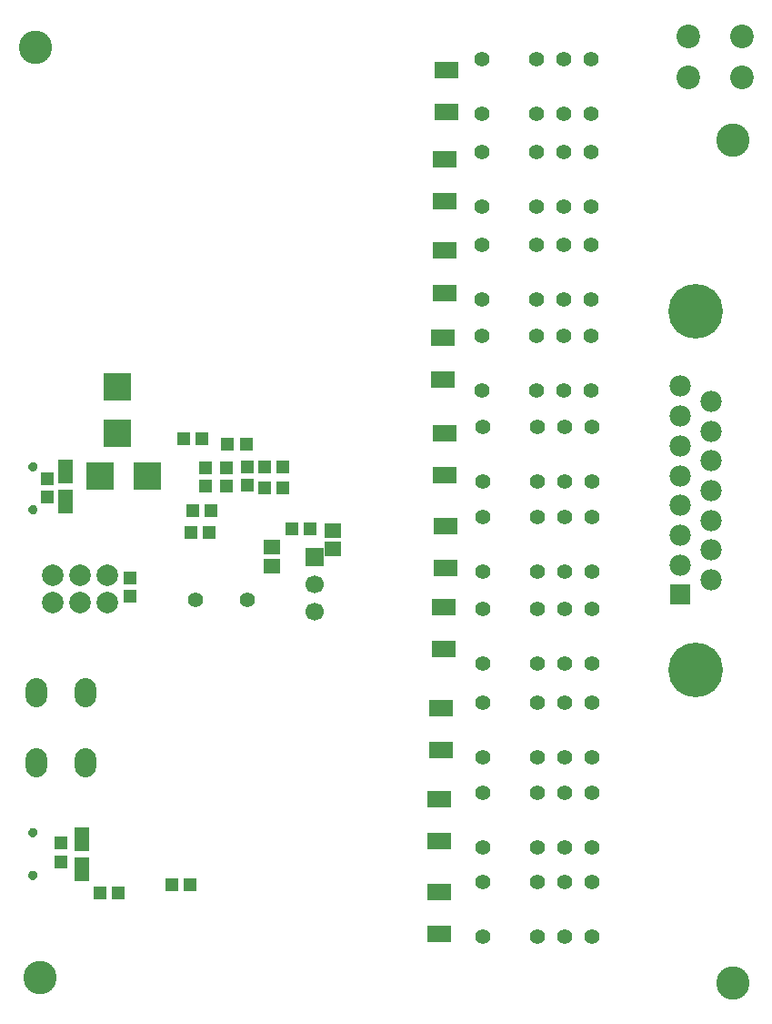
<source format=gbr>
G04 DipTrace 3.3.1.3*
G04 BottomMask.gbr*
%MOMM*%
G04 #@! TF.FileFunction,Soldermask,Bot*
G04 #@! TF.Part,Single*
%ADD10C,0.25*%
%ADD15C,0.55*%
%ADD77C,2.0*%
%ADD80C,3.1*%
%ADD81C,5.08*%
%ADD87C,1.4192*%
%ADD89C,2.2*%
%ADD106C,1.4*%
%ADD109R,1.65X1.4*%
%ADD111R,1.978X1.978*%
%ADD113C,1.978*%
%ADD115C,1.7*%
%ADD117R,1.7X1.7*%
%ADD124R,1.2X1.3*%
%ADD132R,2.3X1.6*%
%ADD138R,2.6X2.6*%
%ADD145R,1.3X1.2*%
%ADD148R,1.4X2.2*%
%ADD150O,2.0X2.7*%
%FSLAX35Y35*%
G04*
G71*
G90*
G75*
G01*
G04 BotMask*
%LPD*%
D150*
X1866000Y3447000D3*
Y4097000D3*
X1416000Y3447000D3*
Y4097000D3*
D148*
X1687000Y6155000D3*
Y5875000D3*
D124*
X1511000Y6088000D3*
Y5918000D3*
X1644000Y2529000D3*
Y2699000D3*
D148*
X1833000Y2738000D3*
Y2458000D3*
D145*
X2174000Y2237000D3*
X2004000D3*
X2841000Y2314000D3*
X2671000D3*
D124*
X2284000Y4996000D3*
Y5166000D3*
D145*
X3021000Y5588000D3*
X2851000D3*
D124*
X2984000Y6019000D3*
Y6189000D3*
X3374000Y6029000D3*
Y6199000D3*
X3179000Y6025000D3*
Y6195000D3*
D145*
X3709000Y6197000D3*
X3539000D3*
X2872000Y5791000D3*
X3042000D3*
X3959000Y5626000D3*
X3789000D3*
X3364000Y6414000D3*
X3194000D3*
D138*
X2162000Y6949000D3*
Y6509000D3*
X2002000Y6119000D3*
X2442000D3*
D132*
X5228000Y9888000D3*
Y9498013D3*
X5218000Y9060000D3*
Y8670013D3*
X5183000Y3954000D3*
Y3564013D3*
X5204000Y4894000D3*
Y4504013D3*
X5163000Y2250000D3*
Y1860013D3*
X5164000Y3113000D3*
Y2723013D3*
X5214000Y6514000D3*
Y6124013D3*
X5225000Y5649000D3*
Y5259013D3*
X5217000Y8211000D3*
Y7821013D3*
X5196000Y7405987D3*
Y7016000D3*
D80*
X7900000Y9238000D3*
Y1400000D3*
X1400000Y10100000D3*
X1450000Y1450000D3*
D77*
X1563000Y5190000D3*
X1817000D3*
X2071000D3*
X1563000Y4936000D3*
X1817000D3*
X2071000D3*
X1344656Y5805619D2*
D10*
X1344729Y5807714D1*
X1344948Y5809799D1*
X1345311Y5811864D1*
X1345818Y5813898D1*
X1346464Y5815892D1*
X1347249Y5817836D1*
X1348166Y5819721D1*
X1349213Y5821536D1*
X1350383Y5823274D1*
X1351672Y5824926D1*
X1353072Y5826484D1*
X1354578Y5827941D1*
X1356182Y5829288D1*
X1357875Y5830521D1*
X1359650Y5831632D1*
X1361498Y5832616D1*
X1363410Y5833469D1*
X1365377Y5834186D1*
X1367389Y5834764D1*
X1369437Y5835200D1*
X1371509Y5835491D1*
X1373597Y5835638D1*
X1375691D1*
X1377779Y5835491D1*
X1379851Y5835200D1*
X1381899Y5834764D1*
X1383911Y5834186D1*
X1385878Y5833469D1*
X1387790Y5832616D1*
X1389638Y5831632D1*
X1391413Y5830521D1*
X1393106Y5829288D1*
X1394710Y5827941D1*
X1396216Y5826484D1*
X1397616Y5824926D1*
X1398905Y5823274D1*
X1400075Y5821536D1*
X1401122Y5819721D1*
X1402039Y5817836D1*
X1402824Y5815892D1*
X1403470Y5813898D1*
X1403977Y5811864D1*
X1404340Y5809799D1*
X1404559Y5807714D1*
X1404632Y5805619D1*
X1404559Y5803524D1*
X1404340Y5801439D1*
X1403977Y5799374D1*
X1403470Y5797340D1*
X1402824Y5795346D1*
X1402039Y5793402D1*
X1401122Y5791517D1*
X1400075Y5789702D1*
X1398905Y5787964D1*
X1397616Y5786312D1*
X1396216Y5784754D1*
X1394710Y5783297D1*
X1393106Y5781950D1*
X1391413Y5780717D1*
X1389638Y5779606D1*
X1387790Y5778622D1*
X1385878Y5777769D1*
X1383911Y5777052D1*
X1381899Y5776474D1*
X1379851Y5776038D1*
X1377779Y5775747D1*
X1375691Y5775600D1*
X1373597D1*
X1371509Y5775747D1*
X1369437Y5776038D1*
X1367389Y5776474D1*
X1365377Y5777052D1*
X1363410Y5777769D1*
X1361498Y5778622D1*
X1359650Y5779606D1*
X1357875Y5780717D1*
X1356182Y5781950D1*
X1354578Y5783297D1*
X1353072Y5784754D1*
X1351672Y5786312D1*
X1350383Y5787964D1*
X1349213Y5789702D1*
X1348166Y5791517D1*
X1347249Y5793402D1*
X1346464Y5795346D1*
X1345818Y5797340D1*
X1345311Y5799374D1*
X1344948Y5801439D1*
X1344729Y5803524D1*
X1344656Y5805619D1*
X1345948Y6204920D2*
X1346021Y6207012D1*
X1346240Y6209094D1*
X1346604Y6211155D1*
X1347111Y6213186D1*
X1347759Y6215177D1*
X1348544Y6217117D1*
X1349462Y6218999D1*
X1350510Y6220811D1*
X1351682Y6222547D1*
X1352972Y6224196D1*
X1354374Y6225751D1*
X1355881Y6227205D1*
X1357487Y6228551D1*
X1359182Y6229781D1*
X1360959Y6230890D1*
X1362809Y6231873D1*
X1364724Y6232724D1*
X1366693Y6233440D1*
X1368707Y6234017D1*
X1370757Y6234452D1*
X1372832Y6234744D1*
X1374922Y6234890D1*
X1377018D1*
X1379108Y6234744D1*
X1381183Y6234452D1*
X1383233Y6234017D1*
X1385247Y6233440D1*
X1387216Y6232724D1*
X1389131Y6231873D1*
X1390981Y6230890D1*
X1392758Y6229781D1*
X1394453Y6228551D1*
X1396059Y6227205D1*
X1397566Y6225751D1*
X1398968Y6224196D1*
X1400258Y6222547D1*
X1401430Y6220811D1*
X1402478Y6218999D1*
X1403396Y6217117D1*
X1404181Y6215177D1*
X1404829Y6213186D1*
X1405336Y6211155D1*
X1405700Y6209094D1*
X1405919Y6207012D1*
X1405992Y6204920D1*
X1405919Y6202828D1*
X1405700Y6200746D1*
X1405336Y6198685D1*
X1404829Y6196654D1*
X1404181Y6194663D1*
X1403396Y6192723D1*
X1402478Y6190841D1*
X1401430Y6189029D1*
X1400258Y6187293D1*
X1398968Y6185644D1*
X1397566Y6184089D1*
X1396059Y6182635D1*
X1394453Y6181289D1*
X1392758Y6180059D1*
X1390981Y6178950D1*
X1389131Y6177967D1*
X1387216Y6177116D1*
X1385247Y6176400D1*
X1383233Y6175823D1*
X1381183Y6175388D1*
X1379108Y6175096D1*
X1377018Y6174950D1*
X1374922D1*
X1372832Y6175096D1*
X1370757Y6175388D1*
X1368707Y6175823D1*
X1366693Y6176400D1*
X1364724Y6177116D1*
X1362809Y6177967D1*
X1360959Y6178950D1*
X1359182Y6180059D1*
X1357487Y6181289D1*
X1355881Y6182635D1*
X1354374Y6184089D1*
X1352972Y6185644D1*
X1351682Y6187293D1*
X1350510Y6189029D1*
X1349462Y6190841D1*
X1348544Y6192723D1*
X1347759Y6194663D1*
X1347111Y6196654D1*
X1346604Y6198685D1*
X1346240Y6200746D1*
X1346021Y6202828D1*
X1345948Y6204920D1*
D15*
X1374500Y6205000D3*
Y5805000D3*
X1344656Y2403619D2*
D10*
X1344729Y2405714D1*
X1344948Y2407799D1*
X1345311Y2409864D1*
X1345818Y2411898D1*
X1346464Y2413892D1*
X1347249Y2415836D1*
X1348166Y2417721D1*
X1349213Y2419536D1*
X1350383Y2421274D1*
X1351672Y2422926D1*
X1353072Y2424484D1*
X1354578Y2425941D1*
X1356182Y2427288D1*
X1357875Y2428521D1*
X1359650Y2429632D1*
X1361498Y2430616D1*
X1363410Y2431469D1*
X1365377Y2432186D1*
X1367389Y2432764D1*
X1369437Y2433200D1*
X1371509Y2433491D1*
X1373597Y2433638D1*
X1375691D1*
X1377779Y2433491D1*
X1379851Y2433200D1*
X1381899Y2432764D1*
X1383911Y2432186D1*
X1385878Y2431469D1*
X1387790Y2430616D1*
X1389638Y2429632D1*
X1391413Y2428521D1*
X1393106Y2427288D1*
X1394710Y2425941D1*
X1396216Y2424484D1*
X1397616Y2422926D1*
X1398905Y2421274D1*
X1400075Y2419536D1*
X1401122Y2417721D1*
X1402039Y2415836D1*
X1402824Y2413892D1*
X1403470Y2411898D1*
X1403977Y2409864D1*
X1404340Y2407799D1*
X1404559Y2405714D1*
X1404632Y2403619D1*
X1404559Y2401524D1*
X1404340Y2399439D1*
X1403977Y2397374D1*
X1403470Y2395340D1*
X1402824Y2393346D1*
X1402039Y2391402D1*
X1401122Y2389517D1*
X1400075Y2387702D1*
X1398905Y2385964D1*
X1397616Y2384312D1*
X1396216Y2382754D1*
X1394710Y2381297D1*
X1393106Y2379950D1*
X1391413Y2378717D1*
X1389638Y2377606D1*
X1387790Y2376622D1*
X1385878Y2375769D1*
X1383911Y2375052D1*
X1381899Y2374474D1*
X1379851Y2374038D1*
X1377779Y2373747D1*
X1375691Y2373600D1*
X1373597D1*
X1371509Y2373747D1*
X1369437Y2374038D1*
X1367389Y2374474D1*
X1365377Y2375052D1*
X1363410Y2375769D1*
X1361498Y2376622D1*
X1359650Y2377606D1*
X1357875Y2378717D1*
X1356182Y2379950D1*
X1354578Y2381297D1*
X1353072Y2382754D1*
X1351672Y2384312D1*
X1350383Y2385964D1*
X1349213Y2387702D1*
X1348166Y2389517D1*
X1347249Y2391402D1*
X1346464Y2393346D1*
X1345818Y2395340D1*
X1345311Y2397374D1*
X1344948Y2399439D1*
X1344729Y2401524D1*
X1344656Y2403619D1*
X1345948Y2802920D2*
X1346021Y2805012D1*
X1346240Y2807094D1*
X1346604Y2809155D1*
X1347111Y2811186D1*
X1347759Y2813177D1*
X1348544Y2815117D1*
X1349462Y2816999D1*
X1350510Y2818811D1*
X1351682Y2820547D1*
X1352972Y2822196D1*
X1354374Y2823751D1*
X1355881Y2825205D1*
X1357487Y2826551D1*
X1359182Y2827781D1*
X1360959Y2828890D1*
X1362809Y2829873D1*
X1364724Y2830724D1*
X1366693Y2831440D1*
X1368707Y2832017D1*
X1370757Y2832452D1*
X1372832Y2832744D1*
X1374922Y2832890D1*
X1377018D1*
X1379108Y2832744D1*
X1381183Y2832452D1*
X1383233Y2832017D1*
X1385247Y2831440D1*
X1387216Y2830724D1*
X1389131Y2829873D1*
X1390981Y2828890D1*
X1392758Y2827781D1*
X1394453Y2826551D1*
X1396059Y2825205D1*
X1397566Y2823751D1*
X1398968Y2822196D1*
X1400258Y2820547D1*
X1401430Y2818811D1*
X1402478Y2816999D1*
X1403396Y2815117D1*
X1404181Y2813177D1*
X1404829Y2811186D1*
X1405336Y2809155D1*
X1405700Y2807094D1*
X1405919Y2805012D1*
X1405992Y2802920D1*
X1405919Y2800828D1*
X1405700Y2798746D1*
X1405336Y2796685D1*
X1404829Y2794654D1*
X1404181Y2792663D1*
X1403396Y2790723D1*
X1402478Y2788841D1*
X1401430Y2787029D1*
X1400258Y2785293D1*
X1398968Y2783644D1*
X1397566Y2782089D1*
X1396059Y2780635D1*
X1394453Y2779289D1*
X1392758Y2778059D1*
X1390981Y2776950D1*
X1389131Y2775967D1*
X1387216Y2775116D1*
X1385247Y2774400D1*
X1383233Y2773823D1*
X1381183Y2773388D1*
X1379108Y2773096D1*
X1377018Y2772950D1*
X1374922D1*
X1372832Y2773096D1*
X1370757Y2773388D1*
X1368707Y2773823D1*
X1366693Y2774400D1*
X1364724Y2775116D1*
X1362809Y2775967D1*
X1360959Y2776950D1*
X1359182Y2778059D1*
X1357487Y2779289D1*
X1355881Y2780635D1*
X1354374Y2782089D1*
X1352972Y2783644D1*
X1351682Y2785293D1*
X1350510Y2787029D1*
X1349462Y2788841D1*
X1348544Y2790723D1*
X1347759Y2792663D1*
X1347111Y2794654D1*
X1346604Y2796685D1*
X1346240Y2798746D1*
X1346021Y2800828D1*
X1345948Y2802920D1*
D15*
X1374500Y2803000D3*
Y2403000D3*
D117*
X4005000Y5358000D3*
D115*
Y5104000D3*
Y4850000D3*
D113*
X7695000Y6810000D3*
Y6533133D3*
Y6256300D3*
Y5979433D3*
Y5702567D3*
Y5425700D3*
Y5148833D3*
X7410533Y6949700D3*
Y6672833D3*
Y6396000D3*
Y6119133D3*
Y5842267D3*
X7410567Y5565400D3*
X7410533Y5288533D3*
D111*
Y5011700D3*
D81*
X7552767Y7648200D3*
Y4313200D3*
D109*
X4174000Y5440000D3*
Y5610000D3*
X3604000Y5281000D3*
Y5451000D3*
D145*
X3538000Y6001000D3*
X3708000D3*
X2787000Y6465000D3*
X2957000D3*
D106*
X5561000Y9994000D3*
Y9486000D3*
X6069000Y9994000D3*
Y9486000D3*
X6323000Y9994000D3*
Y9486000D3*
X6577000Y9994000D3*
Y9486000D3*
X5561000Y9126000D3*
Y8618000D3*
X6069000Y9126000D3*
Y8618000D3*
X6323000Y9126000D3*
Y8618000D3*
X6577000Y9126000D3*
Y8618000D3*
X5569000Y4009000D3*
Y3501000D3*
X6077000Y4009000D3*
Y3501000D3*
X6331000Y4009000D3*
Y3501000D3*
X6585000Y4009000D3*
Y3501000D3*
X5568000Y4880000D3*
Y4372000D3*
X6076000Y4880000D3*
Y4372000D3*
X6330000Y4880000D3*
Y4372000D3*
X6584000Y4880000D3*
Y4372000D3*
X5567000Y2336000D3*
Y1828000D3*
X6075000Y2336000D3*
Y1828000D3*
X6329000Y2336000D3*
Y1828000D3*
X6583000Y2336000D3*
Y1828000D3*
X5569000Y3167000D3*
Y2659000D3*
X6077000Y3167000D3*
Y2659000D3*
X6331000Y3167000D3*
Y2659000D3*
X6585000Y3167000D3*
Y2659000D3*
X5567000Y6574000D3*
Y6066000D3*
X6075000Y6574000D3*
Y6066000D3*
X6329000Y6574000D3*
Y6066000D3*
X6583000Y6574000D3*
Y6066000D3*
X5567000Y5730000D3*
Y5222000D3*
X6075000Y5730000D3*
Y5222000D3*
X6329000Y5730000D3*
Y5222000D3*
X6583000Y5730000D3*
Y5222000D3*
X5563000Y8264000D3*
Y7756000D3*
X6071000Y8264000D3*
Y7756000D3*
X6325000Y8264000D3*
Y7756000D3*
X6579000Y8264000D3*
Y7756000D3*
X5564000Y7419000D3*
Y6911000D3*
X6072000Y7419000D3*
Y6911000D3*
X6326000Y7419000D3*
Y6911000D3*
X6580000Y7419000D3*
Y6911000D3*
D89*
X7983000Y9824000D3*
Y10205000D3*
X7483000Y9824000D3*
Y10205000D3*
D87*
X3379000Y4964000D3*
X2896400D3*
M02*

</source>
